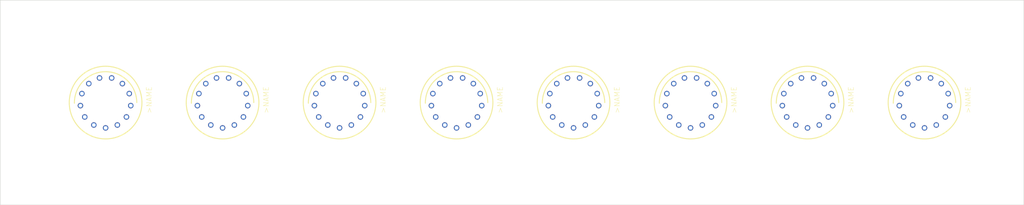
<source format=kicad_pcb>
(kicad_pcb (version 20221018) (generator pcbnew)
  (layers (0 "F.Cu" signal) (31 "B.Cu" signal) (34 "B.Paste" user) (35 "F.Paste" user) (36 "B.SilkS" user "B.Silkscreen") (37 "F.SilkS" user "F.Silkscreen") (38 "B.Mask" user) (39 "F.Mask" user) (44 "Edge.Cuts" user))
  (net 0 "")
  (footprint "nixies-us:nixies-us-IN-14" (layer "F.Cu") (at 111 148.24456)
    (fp_text reference ">NAME" (at 10.63498 -0.635 90) (layer "F.SilkS") (effects (font (size 1.27 1.27) (thickness 0.1016))))
    (fp_text value "" (at 0 0) (layer "F.SilkS") (effects (font (size 1.27 1.27))))
    (fp_arc (start -7.62 0.15748) (mid -0.07874 -7.54126) (end 7.62 0) (stroke (width 0.254)) (layer "F.SilkS"))
    (fp_circle (center 0 0) (end 0 -8.87222) (stroke (width 0.254)) (fill none) (layer "F.SilkS"))
    (pad "0" thru_hole circle (at -5.0927 3.51536) (size 1.3462 1.3462) (drill 0.8382) (layers "*.Cu" "*.Mask"))
    (pad "1" thru_hole circle (at 5.0927 3.51536) (size 1.3462 1.3462) (drill 0.8382) (layers "*.Cu" "*.Mask"))
    (pad "2" thru_hole circle (at 6.14426 0.74422) (size 1.3462 1.3462) (drill 0.8382) (layers "*.Cu" "*.Mask"))
    (pad "3" thru_hole circle (at 5.78612 -2.19456) (size 1.3462 1.3462) (drill 0.8382) (layers "*.Cu" "*.Mask"))
    (pad "4" thru_hole circle (at 4.10464 -4.63296) (size 1.3462 1.3462) (drill 0.8382) (layers "*.Cu" "*.Mask"))
    (pad "5" thru_hole circle (at 1.48082 -6.00964) (size 1.3462 1.3462) (drill 0.8382) (layers "*.Cu" "*.Mask"))
    (pad "6" thru_hole circle (at -1.48082 -6.00964) (size 1.3462 1.3462) (drill 0.8382) (layers "*.Cu" "*.Mask"))
    (pad "7" thru_hole circle (at -4.10464 -4.63296) (size 1.3462 1.3462) (drill 0.8382) (layers "*.Cu" "*.Mask"))
    (pad "8" thru_hole circle (at -5.78612 -2.19456) (size 1.3462 1.3462) (drill 0.8382) (layers "*.Cu" "*.Mask"))
    (pad "9" thru_hole circle (at -6.14426 0.74422) (size 1.3462 1.3462) (drill 0.8382) (layers "*.Cu" "*.Mask"))
    (pad "A" thru_hole circle (at 0 6.18744) (size 1.3462 1.3462) (drill 0.8382) (layers "*.Cu" "*.Mask"))
    (pad "LHDP" thru_hole circle (at 2.87528 5.47878) (size 1.3462 1.3462) (drill 0.8382) (layers "*.Cu" "*.Mask"))
    (pad "RHDP" thru_hole circle (at -2.87528 5.47878) (size 1.3462 1.3462) (drill 0.8382) (layers "*.Cu" "*.Mask"))
  )
  (footprint "nixies-us:nixies-us-IN-14" (layer "F.Cu") (at 311 148.24456)
    (fp_text reference ">NAME" (at 10.63498 -0.635 90) (layer "F.SilkS") (effects (font (size 1.27 1.27) (thickness 0.1016))))
    (fp_text value "" (at 0 0) (layer "F.SilkS") (effects (font (size 1.27 1.27))))
    (fp_arc (start -7.62 0.15748) (mid -0.07874 -7.54126) (end 7.62 0) (stroke (width 0.254)) (layer "F.SilkS"))
    (fp_circle (center 0 0) (end 0 -8.87222) (stroke (width 0.254)) (fill none) (layer "F.SilkS"))
    (pad "0" thru_hole circle (at -5.0927 3.51536) (size 1.3462 1.3462) (drill 0.8382) (layers "*.Cu" "*.Mask"))
    (pad "1" thru_hole circle (at 5.0927 3.51536) (size 1.3462 1.3462) (drill 0.8382) (layers "*.Cu" "*.Mask"))
    (pad "2" thru_hole circle (at 6.14426 0.74422) (size 1.3462 1.3462) (drill 0.8382) (layers "*.Cu" "*.Mask"))
    (pad "3" thru_hole circle (at 5.78612 -2.19456) (size 1.3462 1.3462) (drill 0.8382) (layers "*.Cu" "*.Mask"))
    (pad "4" thru_hole circle (at 4.10464 -4.63296) (size 1.3462 1.3462) (drill 0.8382) (layers "*.Cu" "*.Mask"))
    (pad "5" thru_hole circle (at 1.48082 -6.00964) (size 1.3462 1.3462) (drill 0.8382) (layers "*.Cu" "*.Mask"))
    (pad "6" thru_hole circle (at -1.48082 -6.00964) (size 1.3462 1.3462) (drill 0.8382) (layers "*.Cu" "*.Mask"))
    (pad "7" thru_hole circle (at -4.10464 -4.63296) (size 1.3462 1.3462) (drill 0.8382) (layers "*.Cu" "*.Mask"))
    (pad "8" thru_hole circle (at -5.78612 -2.19456) (size 1.3462 1.3462) (drill 0.8382) (layers "*.Cu" "*.Mask"))
    (pad "9" thru_hole circle (at -6.14426 0.74422) (size 1.3462 1.3462) (drill 0.8382) (layers "*.Cu" "*.Mask"))
    (pad "A" thru_hole circle (at 0 6.18744) (size 1.3462 1.3462) (drill 0.8382) (layers "*.Cu" "*.Mask"))
    (pad "LHDP" thru_hole circle (at 2.87528 5.47878) (size 1.3462 1.3462) (drill 0.8382) (layers "*.Cu" "*.Mask"))
    (pad "RHDP" thru_hole circle (at -2.87528 5.47878) (size 1.3462 1.3462) (drill 0.8382) (layers "*.Cu" "*.Mask"))
  )
  (footprint "nixies-us:nixies-us-IN-14" (layer "F.Cu") (at 168.142856 148.24456)
    (fp_text reference ">NAME" (at 10.63498 -0.635 90) (layer "F.SilkS") (effects (font (size 1.27 1.27) (thickness 0.1016))))
    (fp_text value "" (at 0 0) (layer "F.SilkS") (effects (font (size 1.27 1.27))))
    (fp_arc (start -7.62 0.15748) (mid -0.07874 -7.54126) (end 7.62 0) (stroke (width 0.254)) (layer "F.SilkS"))
    (fp_circle (center 0 0) (end 0 -8.87222) (stroke (width 0.254)) (fill none) (layer "F.SilkS"))
    (pad "0" thru_hole circle (at -5.0927 3.51536) (size 1.3462 1.3462) (drill 0.8382) (layers "*.Cu" "*.Mask"))
    (pad "1" thru_hole circle (at 5.0927 3.51536) (size 1.3462 1.3462) (drill 0.8382) (layers "*.Cu" "*.Mask"))
    (pad "2" thru_hole circle (at 6.14426 0.74422) (size 1.3462 1.3462) (drill 0.8382) (layers "*.Cu" "*.Mask"))
    (pad "3" thru_hole circle (at 5.78612 -2.19456) (size 1.3462 1.3462) (drill 0.8382) (layers "*.Cu" "*.Mask"))
    (pad "4" thru_hole circle (at 4.10464 -4.63296) (size 1.3462 1.3462) (drill 0.8382) (layers "*.Cu" "*.Mask"))
    (pad "5" thru_hole circle (at 1.48082 -6.00964) (size 1.3462 1.3462) (drill 0.8382) (layers "*.Cu" "*.Mask"))
    (pad "6" thru_hole circle (at -1.48082 -6.00964) (size 1.3462 1.3462) (drill 0.8382) (layers "*.Cu" "*.Mask"))
    (pad "7" thru_hole circle (at -4.10464 -4.63296) (size 1.3462 1.3462) (drill 0.8382) (layers "*.Cu" "*.Mask"))
    (pad "8" thru_hole circle (at -5.78612 -2.19456) (size 1.3462 1.3462) (drill 0.8382) (layers "*.Cu" "*.Mask"))
    (pad "9" thru_hole circle (at -6.14426 0.74422) (size 1.3462 1.3462) (drill 0.8382) (layers "*.Cu" "*.Mask"))
    (pad "A" thru_hole circle (at 0 6.18744) (size 1.3462 1.3462) (drill 0.8382) (layers "*.Cu" "*.Mask"))
    (pad "LHDP" thru_hole circle (at 2.87528 5.47878) (size 1.3462 1.3462) (drill 0.8382) (layers "*.Cu" "*.Mask"))
    (pad "RHDP" thru_hole circle (at -2.87528 5.47878) (size 1.3462 1.3462) (drill 0.8382) (layers "*.Cu" "*.Mask"))
  )
  (footprint "nixies-us:nixies-us-IN-14" (layer "F.Cu") (at 282.428568 148.24456)
    (fp_text reference ">NAME" (at 10.63498 -0.635 90) (layer "F.SilkS") (effects (font (size 1.27 1.27) (thickness 0.1016))))
    (fp_text value "" (at 0 0) (layer "F.SilkS") (effects (font (size 1.27 1.27))))
    (fp_arc (start -7.62 0.15748) (mid -0.07874 -7.54126) (end 7.62 0) (stroke (width 0.254)) (layer "F.SilkS"))
    (fp_circle (center 0 0) (end 0 -8.87222) (stroke (width 0.254)) (fill none) (layer "F.SilkS"))
    (pad "0" thru_hole circle (at -5.0927 3.51536) (size 1.3462 1.3462) (drill 0.8382) (layers "*.Cu" "*.Mask"))
    (pad "1" thru_hole circle (at 5.0927 3.51536) (size 1.3462 1.3462) (drill 0.8382) (layers "*.Cu" "*.Mask"))
    (pad "2" thru_hole circle (at 6.14426 0.74422) (size 1.3462 1.3462) (drill 0.8382) (layers "*.Cu" "*.Mask"))
    (pad "3" thru_hole circle (at 5.78612 -2.19456) (size 1.3462 1.3462) (drill 0.8382) (layers "*.Cu" "*.Mask"))
    (pad "4" thru_hole circle (at 4.10464 -4.63296) (size 1.3462 1.3462) (drill 0.8382) (layers "*.Cu" "*.Mask"))
    (pad "5" thru_hole circle (at 1.48082 -6.00964) (size 1.3462 1.3462) (drill 0.8382) (layers "*.Cu" "*.Mask"))
    (pad "6" thru_hole circle (at -1.48082 -6.00964) (size 1.3462 1.3462) (drill 0.8382) (layers "*.Cu" "*.Mask"))
    (pad "7" thru_hole circle (at -4.10464 -4.63296) (size 1.3462 1.3462) (drill 0.8382) (layers "*.Cu" "*.Mask"))
    (pad "8" thru_hole circle (at -5.78612 -2.19456) (size 1.3462 1.3462) (drill 0.8382) (layers "*.Cu" "*.Mask"))
    (pad "9" thru_hole circle (at -6.14426 0.74422) (size 1.3462 1.3462) (drill 0.8382) (layers "*.Cu" "*.Mask"))
    (pad "A" thru_hole circle (at 0 6.18744) (size 1.3462 1.3462) (drill 0.8382) (layers "*.Cu" "*.Mask"))
    (pad "LHDP" thru_hole circle (at 2.87528 5.47878) (size 1.3462 1.3462) (drill 0.8382) (layers "*.Cu" "*.Mask"))
    (pad "RHDP" thru_hole circle (at -2.87528 5.47878) (size 1.3462 1.3462) (drill 0.8382) (layers "*.Cu" "*.Mask"))
  )
  (footprint "nixies-us:nixies-us-IN-14" (layer "F.Cu") (at 253.85714 148.24456)
    (fp_text reference ">NAME" (at 10.63498 -0.635 90) (layer "F.SilkS") (effects (font (size 1.27 1.27) (thickness 0.1016))))
    (fp_text value "" (at 0 0) (layer "F.SilkS") (effects (font (size 1.27 1.27))))
    (fp_arc (start -7.62 0.15748) (mid -0.07874 -7.54126) (end 7.62 0) (stroke (width 0.254)) (layer "F.SilkS"))
    (fp_circle (center 0 0) (end 0 -8.87222) (stroke (width 0.254)) (fill none) (layer "F.SilkS"))
    (pad "0" thru_hole circle (at -5.0927 3.51536) (size 1.3462 1.3462) (drill 0.8382) (layers "*.Cu" "*.Mask"))
    (pad "1" thru_hole circle (at 5.0927 3.51536) (size 1.3462 1.3462) (drill 0.8382) (layers "*.Cu" "*.Mask"))
    (pad "2" thru_hole circle (at 6.14426 0.74422) (size 1.3462 1.3462) (drill 0.8382) (layers "*.Cu" "*.Mask"))
    (pad "3" thru_hole circle (at 5.78612 -2.19456) (size 1.3462 1.3462) (drill 0.8382) (layers "*.Cu" "*.Mask"))
    (pad "4" thru_hole circle (at 4.10464 -4.63296) (size 1.3462 1.3462) (drill 0.8382) (layers "*.Cu" "*.Mask"))
    (pad "5" thru_hole circle (at 1.48082 -6.00964) (size 1.3462 1.3462) (drill 0.8382) (layers "*.Cu" "*.Mask"))
    (pad "6" thru_hole circle (at -1.48082 -6.00964) (size 1.3462 1.3462) (drill 0.8382) (layers "*.Cu" "*.Mask"))
    (pad "7" thru_hole circle (at -4.10464 -4.63296) (size 1.3462 1.3462) (drill 0.8382) (layers "*.Cu" "*.Mask"))
    (pad "8" thru_hole circle (at -5.78612 -2.19456) (size 1.3462 1.3462) (drill 0.8382) (layers "*.Cu" "*.Mask"))
    (pad "9" thru_hole circle (at -6.14426 0.74422) (size 1.3462 1.3462) (drill 0.8382) (layers "*.Cu" "*.Mask"))
    (pad "A" thru_hole circle (at 0 6.18744) (size 1.3462 1.3462) (drill 0.8382) (layers "*.Cu" "*.Mask"))
    (pad "LHDP" thru_hole circle (at 2.87528 5.47878) (size 1.3462 1.3462) (drill 0.8382) (layers "*.Cu" "*.Mask"))
    (pad "RHDP" thru_hole circle (at -2.87528 5.47878) (size 1.3462 1.3462) (drill 0.8382) (layers "*.Cu" "*.Mask"))
  )
  (footprint "nixies-us:nixies-us-IN-14" (layer "F.Cu") (at 225.285712 148.24456)
    (fp_text reference ">NAME" (at 10.63498 -0.635 90) (layer "F.SilkS") (effects (font (size 1.27 1.27) (thickness 0.1016))))
    (fp_text value "" (at 0 0) (layer "F.SilkS") (effects (font (size 1.27 1.27))))
    (fp_arc (start -7.62 0.15748) (mid -0.07874 -7.54126) (end 7.62 0) (stroke (width 0.254)) (layer "F.SilkS"))
    (fp_circle (center 0 0) (end 0 -8.87222) (stroke (width 0.254)) (fill none) (layer "F.SilkS"))
    (pad "0" thru_hole circle (at -5.0927 3.51536) (size 1.3462 1.3462) (drill 0.8382) (layers "*.Cu" "*.Mask"))
    (pad "1" thru_hole circle (at 5.0927 3.51536) (size 1.3462 1.3462) (drill 0.8382) (layers "*.Cu" "*.Mask"))
    (pad "2" thru_hole circle (at 6.14426 0.74422) (size 1.3462 1.3462) (drill 0.8382) (layers "*.Cu" "*.Mask"))
    (pad "3" thru_hole circle (at 5.78612 -2.19456) (size 1.3462 1.3462) (drill 0.8382) (layers "*.Cu" "*.Mask"))
    (pad "4" thru_hole circle (at 4.10464 -4.63296) (size 1.3462 1.3462) (drill 0.8382) (layers "*.Cu" "*.Mask"))
    (pad "5" thru_hole circle (at 1.48082 -6.00964) (size 1.3462 1.3462) (drill 0.8382) (layers "*.Cu" "*.Mask"))
    (pad "6" thru_hole circle (at -1.48082 -6.00964) (size 1.3462 1.3462) (drill 0.8382) (layers "*.Cu" "*.Mask"))
    (pad "7" thru_hole circle (at -4.10464 -4.63296) (size 1.3462 1.3462) (drill 0.8382) (layers "*.Cu" "*.Mask"))
    (pad "8" thru_hole circle (at -5.78612 -2.19456) (size 1.3462 1.3462) (drill 0.8382) (layers "*.Cu" "*.Mask"))
    (pad "9" thru_hole circle (at -6.14426 0.74422) (size 1.3462 1.3462) (drill 0.8382) (layers "*.Cu" "*.Mask"))
    (pad "A" thru_hole circle (at 0 6.18744) (size 1.3462 1.3462) (drill 0.8382) (layers "*.Cu" "*.Mask"))
    (pad "LHDP" thru_hole circle (at 2.87528 5.47878) (size 1.3462 1.3462) (drill 0.8382) (layers "*.Cu" "*.Mask"))
    (pad "RHDP" thru_hole circle (at -2.87528 5.47878) (size 1.3462 1.3462) (drill 0.8382) (layers "*.Cu" "*.Mask"))
  )
  (footprint "nixies-us:nixies-us-IN-14" (layer "F.Cu") (at 139.571428 148.24456)
    (fp_text reference ">NAME" (at 10.63498 -0.635 90) (layer "F.SilkS") (effects (font (size 1.27 1.27) (thickness 0.1016))))
    (fp_text value "" (at 0 0) (layer "F.SilkS") (effects (font (size 1.27 1.27))))
    (fp_arc (start -7.62 0.15748) (mid -0.07874 -7.54126) (end 7.62 0) (stroke (width 0.254)) (layer "F.SilkS"))
    (fp_circle (center 0 0) (end 0 -8.87222) (stroke (width 0.254)) (fill none) (layer "F.SilkS"))
    (pad "0" thru_hole circle (at -5.0927 3.51536) (size 1.3462 1.3462) (drill 0.8382) (layers "*.Cu" "*.Mask"))
    (pad "1" thru_hole circle (at 5.0927 3.51536) (size 1.3462 1.3462) (drill 0.8382) (layers "*.Cu" "*.Mask"))
    (pad "2" thru_hole circle (at 6.14426 0.74422) (size 1.3462 1.3462) (drill 0.8382) (layers "*.Cu" "*.Mask"))
    (pad "3" thru_hole circle (at 5.78612 -2.19456) (size 1.3462 1.3462) (drill 0.8382) (layers "*.Cu" "*.Mask"))
    (pad "4" thru_hole circle (at 4.10464 -4.63296) (size 1.3462 1.3462) (drill 0.8382) (layers "*.Cu" "*.Mask"))
    (pad "5" thru_hole circle (at 1.48082 -6.00964) (size 1.3462 1.3462) (drill 0.8382) (layers "*.Cu" "*.Mask"))
    (pad "6" thru_hole circle (at -1.48082 -6.00964) (size 1.3462 1.3462) (drill 0.8382) (layers "*.Cu" "*.Mask"))
    (pad "7" thru_hole circle (at -4.10464 -4.63296) (size 1.3462 1.3462) (drill 0.8382) (layers "*.Cu" "*.Mask"))
    (pad "8" thru_hole circle (at -5.78612 -2.19456) (size 1.3462 1.3462) (drill 0.8382) (layers "*.Cu" "*.Mask"))
    (pad "9" thru_hole circle (at -6.14426 0.74422) (size 1.3462 1.3462) (drill 0.8382) (layers "*.Cu" "*.Mask"))
    (pad "A" thru_hole circle (at 0 6.18744) (size 1.3462 1.3462) (drill 0.8382) (layers "*.Cu" "*.Mask"))
    (pad "LHDP" thru_hole circle (at 2.87528 5.47878) (size 1.3462 1.3462) (drill 0.8382) (layers "*.Cu" "*.Mask"))
    (pad "RHDP" thru_hole circle (at -2.87528 5.47878) (size 1.3462 1.3462) (drill 0.8382) (layers "*.Cu" "*.Mask"))
  )
  (footprint "nixies-us:nixies-us-IN-14" (layer "F.Cu") (at 196.714284 148.24456)
    (fp_text reference ">NAME" (at 10.63498 -0.635 90) (layer "F.SilkS") (effects (font (size 1.27 1.27) (thickness 0.1016))))
    (fp_text value "" (at 0 0) (layer "F.SilkS") (effects (font (size 1.27 1.27))))
    (fp_arc (start -7.62 0.15748) (mid -0.07874 -7.54126) (end 7.62 0) (stroke (width 0.254)) (layer "F.SilkS"))
    (fp_circle (center 0 0) (end 0 -8.87222) (stroke (width 0.254)) (fill none) (layer "F.SilkS"))
    (pad "0" thru_hole circle (at -5.0927 3.51536) (size 1.3462 1.3462) (drill 0.8382) (layers "*.Cu" "*.Mask"))
    (pad "1" thru_hole circle (at 5.0927 3.51536) (size 1.3462 1.3462) (drill 0.8382) (layers "*.Cu" "*.Mask"))
    (pad "2" thru_hole circle (at 6.14426 0.74422) (size 1.3462 1.3462) (drill 0.8382) (layers "*.Cu" "*.Mask"))
    (pad "3" thru_hole circle (at 5.78612 -2.19456) (size 1.3462 1.3462) (drill 0.8382) (layers "*.Cu" "*.Mask"))
    (pad "4" thru_hole circle (at 4.10464 -4.63296) (size 1.3462 1.3462) (drill 0.8382) (layers "*.Cu" "*.Mask"))
    (pad "5" thru_hole circle (at 1.48082 -6.00964) (size 1.3462 1.3462) (drill 0.8382) (layers "*.Cu" "*.Mask"))
    (pad "6" thru_hole circle (at -1.48082 -6.00964) (size 1.3462 1.3462) (drill 0.8382) (layers "*.Cu" "*.Mask"))
    (pad "7" thru_hole circle (at -4.10464 -4.63296) (size 1.3462 1.3462) (drill 0.8382) (layers "*.Cu" "*.Mask"))
    (pad "8" thru_hole circle (at -5.78612 -2.19456) (size 1.3462 1.3462) (drill 0.8382) (layers "*.Cu" "*.Mask"))
    (pad "9" thru_hole circle (at -6.14426 0.74422) (size 1.3462 1.3462) (drill 0.8382) (layers "*.Cu" "*.Mask"))
    (pad "A" thru_hole circle (at 0 6.18744) (size 1.3462 1.3462) (drill 0.8382) (layers "*.Cu" "*.Mask"))
    (pad "LHDP" thru_hole circle (at 2.87528 5.47878) (size 1.3462 1.3462) (drill 0.8382) (layers "*.Cu" "*.Mask"))
    (pad "RHDP" thru_hole circle (at -2.87528 5.47878) (size 1.3462 1.3462) (drill 0.8382) (layers "*.Cu" "*.Mask"))
  )
  (gr_rect (start 85.2612 123.24456) (end 335.2612 173.24456) (stroke (width 0.1)) (fill none) (layer "Edge.Cuts"))
)
</source>
